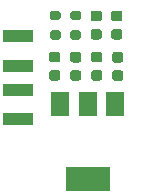
<source format=gbr>
%TF.GenerationSoftware,KiCad,Pcbnew,(5.1.10)-1*%
%TF.CreationDate,2021-10-24T22:50:07+08:00*%
%TF.ProjectId,ESP8266_Wakener,45535038-3236-4365-9f57-616b656e6572,rev?*%
%TF.SameCoordinates,Original*%
%TF.FileFunction,Paste,Top*%
%TF.FilePolarity,Positive*%
%FSLAX46Y46*%
G04 Gerber Fmt 4.6, Leading zero omitted, Abs format (unit mm)*
G04 Created by KiCad (PCBNEW (5.1.10)-1) date 2021-10-24 22:50:07*
%MOMM*%
%LPD*%
G01*
G04 APERTURE LIST*
%ADD10R,2.500000X1.100000*%
%ADD11R,1.500000X2.000000*%
%ADD12R,3.800000X2.000000*%
G04 APERTURE END LIST*
D10*
%TO.C,J1*%
X90650000Y-95000000D03*
X90650000Y-102000000D03*
X90650000Y-97500000D03*
X90650000Y-99500000D03*
%TD*%
%TO.C,R1*%
G36*
G01*
X94057000Y-93624000D02*
X93507000Y-93624000D01*
G75*
G02*
X93307000Y-93424000I0J200000D01*
G01*
X93307000Y-93024000D01*
G75*
G02*
X93507000Y-92824000I200000J0D01*
G01*
X94057000Y-92824000D01*
G75*
G02*
X94257000Y-93024000I0J-200000D01*
G01*
X94257000Y-93424000D01*
G75*
G02*
X94057000Y-93624000I-200000J0D01*
G01*
G37*
G36*
G01*
X94057000Y-95274000D02*
X93507000Y-95274000D01*
G75*
G02*
X93307000Y-95074000I0J200000D01*
G01*
X93307000Y-94674000D01*
G75*
G02*
X93507000Y-94474000I200000J0D01*
G01*
X94057000Y-94474000D01*
G75*
G02*
X94257000Y-94674000I0J-200000D01*
G01*
X94257000Y-95074000D01*
G75*
G02*
X94057000Y-95274000I-200000J0D01*
G01*
G37*
%TD*%
%TO.C,R2*%
G36*
G01*
X95240333Y-94474000D02*
X95790333Y-94474000D01*
G75*
G02*
X95990333Y-94674000I0J-200000D01*
G01*
X95990333Y-95074000D01*
G75*
G02*
X95790333Y-95274000I-200000J0D01*
G01*
X95240333Y-95274000D01*
G75*
G02*
X95040333Y-95074000I0J200000D01*
G01*
X95040333Y-94674000D01*
G75*
G02*
X95240333Y-94474000I200000J0D01*
G01*
G37*
G36*
G01*
X95240333Y-92824000D02*
X95790333Y-92824000D01*
G75*
G02*
X95990333Y-93024000I0J-200000D01*
G01*
X95990333Y-93424000D01*
G75*
G02*
X95790333Y-93624000I-200000J0D01*
G01*
X95240333Y-93624000D01*
G75*
G02*
X95040333Y-93424000I0J200000D01*
G01*
X95040333Y-93024000D01*
G75*
G02*
X95240333Y-92824000I200000J0D01*
G01*
G37*
%TD*%
%TO.C,C6*%
G36*
G01*
X96998666Y-94374000D02*
X97498666Y-94374000D01*
G75*
G02*
X97723666Y-94599000I0J-225000D01*
G01*
X97723666Y-95049000D01*
G75*
G02*
X97498666Y-95274000I-225000J0D01*
G01*
X96998666Y-95274000D01*
G75*
G02*
X96773666Y-95049000I0J225000D01*
G01*
X96773666Y-94599000D01*
G75*
G02*
X96998666Y-94374000I225000J0D01*
G01*
G37*
G36*
G01*
X96998666Y-92824000D02*
X97498666Y-92824000D01*
G75*
G02*
X97723666Y-93049000I0J-225000D01*
G01*
X97723666Y-93499000D01*
G75*
G02*
X97498666Y-93724000I-225000J0D01*
G01*
X96998666Y-93724000D01*
G75*
G02*
X96773666Y-93499000I0J225000D01*
G01*
X96773666Y-93049000D01*
G75*
G02*
X96998666Y-92824000I225000J0D01*
G01*
G37*
%TD*%
%TO.C,C4*%
G36*
G01*
X98732000Y-94374000D02*
X99232000Y-94374000D01*
G75*
G02*
X99457000Y-94599000I0J-225000D01*
G01*
X99457000Y-95049000D01*
G75*
G02*
X99232000Y-95274000I-225000J0D01*
G01*
X98732000Y-95274000D01*
G75*
G02*
X98507000Y-95049000I0J225000D01*
G01*
X98507000Y-94599000D01*
G75*
G02*
X98732000Y-94374000I225000J0D01*
G01*
G37*
G36*
G01*
X98732000Y-92824000D02*
X99232000Y-92824000D01*
G75*
G02*
X99457000Y-93049000I0J-225000D01*
G01*
X99457000Y-93499000D01*
G75*
G02*
X99232000Y-93724000I-225000J0D01*
G01*
X98732000Y-93724000D01*
G75*
G02*
X98507000Y-93499000I0J225000D01*
G01*
X98507000Y-93049000D01*
G75*
G02*
X98732000Y-92824000I225000J0D01*
G01*
G37*
%TD*%
D11*
%TO.C,U1*%
X98820000Y-100736000D03*
X94220000Y-100736000D03*
X96520000Y-100736000D03*
D12*
X96520000Y-107036000D03*
%TD*%
%TO.C,C5*%
G36*
G01*
X99310000Y-97222999D02*
X98810000Y-97222999D01*
G75*
G02*
X98585000Y-96997999I0J225000D01*
G01*
X98585000Y-96547999D01*
G75*
G02*
X98810000Y-96322999I225000J0D01*
G01*
X99310000Y-96322999D01*
G75*
G02*
X99535000Y-96547999I0J-225000D01*
G01*
X99535000Y-96997999D01*
G75*
G02*
X99310000Y-97222999I-225000J0D01*
G01*
G37*
G36*
G01*
X99310000Y-98772999D02*
X98810000Y-98772999D01*
G75*
G02*
X98585000Y-98547999I0J225000D01*
G01*
X98585000Y-98097999D01*
G75*
G02*
X98810000Y-97872999I225000J0D01*
G01*
X99310000Y-97872999D01*
G75*
G02*
X99535000Y-98097999I0J-225000D01*
G01*
X99535000Y-98547999D01*
G75*
G02*
X99310000Y-98772999I-225000J0D01*
G01*
G37*
%TD*%
%TO.C,C3*%
G36*
G01*
X97532000Y-97198000D02*
X97032000Y-97198000D01*
G75*
G02*
X96807000Y-96973000I0J225000D01*
G01*
X96807000Y-96523000D01*
G75*
G02*
X97032000Y-96298000I225000J0D01*
G01*
X97532000Y-96298000D01*
G75*
G02*
X97757000Y-96523000I0J-225000D01*
G01*
X97757000Y-96973000D01*
G75*
G02*
X97532000Y-97198000I-225000J0D01*
G01*
G37*
G36*
G01*
X97532000Y-98748000D02*
X97032000Y-98748000D01*
G75*
G02*
X96807000Y-98523000I0J225000D01*
G01*
X96807000Y-98073000D01*
G75*
G02*
X97032000Y-97848000I225000J0D01*
G01*
X97532000Y-97848000D01*
G75*
G02*
X97757000Y-98073000I0J-225000D01*
G01*
X97757000Y-98523000D01*
G75*
G02*
X97532000Y-98748000I-225000J0D01*
G01*
G37*
%TD*%
%TO.C,C2*%
G36*
G01*
X95754000Y-97214666D02*
X95254000Y-97214666D01*
G75*
G02*
X95029000Y-96989666I0J225000D01*
G01*
X95029000Y-96539666D01*
G75*
G02*
X95254000Y-96314666I225000J0D01*
G01*
X95754000Y-96314666D01*
G75*
G02*
X95979000Y-96539666I0J-225000D01*
G01*
X95979000Y-96989666D01*
G75*
G02*
X95754000Y-97214666I-225000J0D01*
G01*
G37*
G36*
G01*
X95754000Y-98764666D02*
X95254000Y-98764666D01*
G75*
G02*
X95029000Y-98539666I0J225000D01*
G01*
X95029000Y-98089666D01*
G75*
G02*
X95254000Y-97864666I225000J0D01*
G01*
X95754000Y-97864666D01*
G75*
G02*
X95979000Y-98089666I0J-225000D01*
G01*
X95979000Y-98539666D01*
G75*
G02*
X95754000Y-98764666I-225000J0D01*
G01*
G37*
%TD*%
%TO.C,C1*%
G36*
G01*
X93976000Y-97206333D02*
X93476000Y-97206333D01*
G75*
G02*
X93251000Y-96981333I0J225000D01*
G01*
X93251000Y-96531333D01*
G75*
G02*
X93476000Y-96306333I225000J0D01*
G01*
X93976000Y-96306333D01*
G75*
G02*
X94201000Y-96531333I0J-225000D01*
G01*
X94201000Y-96981333D01*
G75*
G02*
X93976000Y-97206333I-225000J0D01*
G01*
G37*
G36*
G01*
X93976000Y-98756333D02*
X93476000Y-98756333D01*
G75*
G02*
X93251000Y-98531333I0J225000D01*
G01*
X93251000Y-98081333D01*
G75*
G02*
X93476000Y-97856333I225000J0D01*
G01*
X93976000Y-97856333D01*
G75*
G02*
X94201000Y-98081333I0J-225000D01*
G01*
X94201000Y-98531333D01*
G75*
G02*
X93976000Y-98756333I-225000J0D01*
G01*
G37*
%TD*%
M02*

</source>
